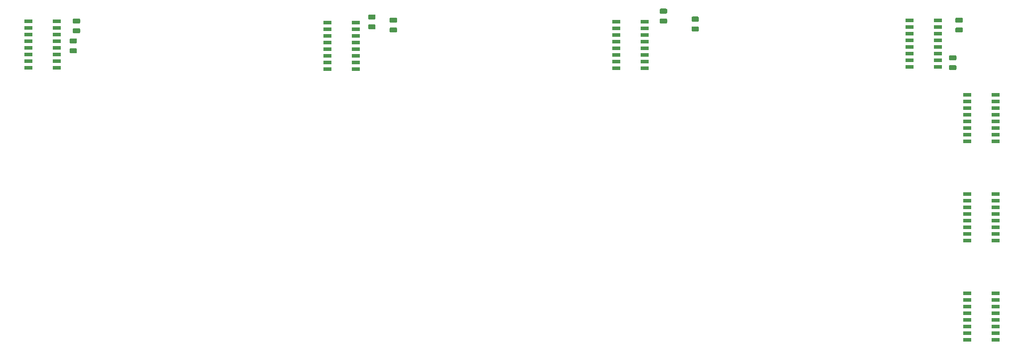
<source format=gbr>
G04 #@! TF.GenerationSoftware,KiCad,Pcbnew,(5.1.5)-3*
G04 #@! TF.CreationDate,2020-12-11T17:42:00+02:00*
G04 #@! TF.ProjectId,Led_matrica,4c65645f-6d61-4747-9269-63612e6b6963,rev?*
G04 #@! TF.SameCoordinates,Original*
G04 #@! TF.FileFunction,Paste,Top*
G04 #@! TF.FilePolarity,Positive*
%FSLAX46Y46*%
G04 Gerber Fmt 4.6, Leading zero omitted, Abs format (unit mm)*
G04 Created by KiCad (PCBNEW (5.1.5)-3) date 2020-12-11 17:42:00*
%MOMM*%
%LPD*%
G04 APERTURE LIST*
%ADD10R,1.525000X0.650000*%
%ADD11C,0.100000*%
G04 APERTURE END LIST*
D10*
X174808000Y-21815000D03*
X174808000Y-23085000D03*
X174808000Y-24355000D03*
X174808000Y-25625000D03*
X174808000Y-26895000D03*
X174808000Y-28165000D03*
X174808000Y-29435000D03*
X174808000Y-30705000D03*
X180232000Y-30705000D03*
X180232000Y-29435000D03*
X180232000Y-28165000D03*
X180232000Y-26895000D03*
X180232000Y-25625000D03*
X180232000Y-24355000D03*
X180232000Y-23085000D03*
X180232000Y-21815000D03*
X247212000Y-54745000D03*
X247212000Y-56015000D03*
X247212000Y-57285000D03*
X247212000Y-58555000D03*
X247212000Y-59825000D03*
X247212000Y-61095000D03*
X247212000Y-62365000D03*
X247212000Y-63635000D03*
X241788000Y-63635000D03*
X241788000Y-62365000D03*
X241788000Y-61095000D03*
X241788000Y-59825000D03*
X241788000Y-58555000D03*
X241788000Y-57285000D03*
X241788000Y-56015000D03*
X241788000Y-54745000D03*
X241788000Y-73745000D03*
X241788000Y-75015000D03*
X241788000Y-76285000D03*
X241788000Y-77555000D03*
X241788000Y-78825000D03*
X241788000Y-80095000D03*
X241788000Y-81365000D03*
X241788000Y-82635000D03*
X247212000Y-82635000D03*
X247212000Y-81365000D03*
X247212000Y-80095000D03*
X247212000Y-78825000D03*
X247212000Y-77555000D03*
X247212000Y-76285000D03*
X247212000Y-75015000D03*
X247212000Y-73745000D03*
D11*
G36*
X71650142Y-24996174D02*
G01*
X71673803Y-24999684D01*
X71697007Y-25005496D01*
X71719529Y-25013554D01*
X71741153Y-25023782D01*
X71761670Y-25036079D01*
X71780883Y-25050329D01*
X71798607Y-25066393D01*
X71814671Y-25084117D01*
X71828921Y-25103330D01*
X71841218Y-25123847D01*
X71851446Y-25145471D01*
X71859504Y-25167993D01*
X71865316Y-25191197D01*
X71868826Y-25214858D01*
X71870000Y-25238750D01*
X71870000Y-25726250D01*
X71868826Y-25750142D01*
X71865316Y-25773803D01*
X71859504Y-25797007D01*
X71851446Y-25819529D01*
X71841218Y-25841153D01*
X71828921Y-25861670D01*
X71814671Y-25880883D01*
X71798607Y-25898607D01*
X71780883Y-25914671D01*
X71761670Y-25928921D01*
X71741153Y-25941218D01*
X71719529Y-25951446D01*
X71697007Y-25959504D01*
X71673803Y-25965316D01*
X71650142Y-25968826D01*
X71626250Y-25970000D01*
X70713750Y-25970000D01*
X70689858Y-25968826D01*
X70666197Y-25965316D01*
X70642993Y-25959504D01*
X70620471Y-25951446D01*
X70598847Y-25941218D01*
X70578330Y-25928921D01*
X70559117Y-25914671D01*
X70541393Y-25898607D01*
X70525329Y-25880883D01*
X70511079Y-25861670D01*
X70498782Y-25841153D01*
X70488554Y-25819529D01*
X70480496Y-25797007D01*
X70474684Y-25773803D01*
X70471174Y-25750142D01*
X70470000Y-25726250D01*
X70470000Y-25238750D01*
X70471174Y-25214858D01*
X70474684Y-25191197D01*
X70480496Y-25167993D01*
X70488554Y-25145471D01*
X70498782Y-25123847D01*
X70511079Y-25103330D01*
X70525329Y-25084117D01*
X70541393Y-25066393D01*
X70559117Y-25050329D01*
X70578330Y-25036079D01*
X70598847Y-25023782D01*
X70620471Y-25013554D01*
X70642993Y-25005496D01*
X70666197Y-24999684D01*
X70689858Y-24996174D01*
X70713750Y-24995000D01*
X71626250Y-24995000D01*
X71650142Y-24996174D01*
G37*
G36*
X71650142Y-26871174D02*
G01*
X71673803Y-26874684D01*
X71697007Y-26880496D01*
X71719529Y-26888554D01*
X71741153Y-26898782D01*
X71761670Y-26911079D01*
X71780883Y-26925329D01*
X71798607Y-26941393D01*
X71814671Y-26959117D01*
X71828921Y-26978330D01*
X71841218Y-26998847D01*
X71851446Y-27020471D01*
X71859504Y-27042993D01*
X71865316Y-27066197D01*
X71868826Y-27089858D01*
X71870000Y-27113750D01*
X71870000Y-27601250D01*
X71868826Y-27625142D01*
X71865316Y-27648803D01*
X71859504Y-27672007D01*
X71851446Y-27694529D01*
X71841218Y-27716153D01*
X71828921Y-27736670D01*
X71814671Y-27755883D01*
X71798607Y-27773607D01*
X71780883Y-27789671D01*
X71761670Y-27803921D01*
X71741153Y-27816218D01*
X71719529Y-27826446D01*
X71697007Y-27834504D01*
X71673803Y-27840316D01*
X71650142Y-27843826D01*
X71626250Y-27845000D01*
X70713750Y-27845000D01*
X70689858Y-27843826D01*
X70666197Y-27840316D01*
X70642993Y-27834504D01*
X70620471Y-27826446D01*
X70598847Y-27816218D01*
X70578330Y-27803921D01*
X70559117Y-27789671D01*
X70541393Y-27773607D01*
X70525329Y-27755883D01*
X70511079Y-27736670D01*
X70498782Y-27716153D01*
X70488554Y-27694529D01*
X70480496Y-27672007D01*
X70474684Y-27648803D01*
X70471174Y-27625142D01*
X70470000Y-27601250D01*
X70470000Y-27113750D01*
X70471174Y-27089858D01*
X70474684Y-27066197D01*
X70480496Y-27042993D01*
X70488554Y-27020471D01*
X70498782Y-26998847D01*
X70511079Y-26978330D01*
X70525329Y-26959117D01*
X70541393Y-26941393D01*
X70559117Y-26925329D01*
X70578330Y-26911079D01*
X70598847Y-26898782D01*
X70620471Y-26888554D01*
X70642993Y-26880496D01*
X70666197Y-26874684D01*
X70689858Y-26871174D01*
X70713750Y-26870000D01*
X71626250Y-26870000D01*
X71650142Y-26871174D01*
G37*
G36*
X132730142Y-22901174D02*
G01*
X132753803Y-22904684D01*
X132777007Y-22910496D01*
X132799529Y-22918554D01*
X132821153Y-22928782D01*
X132841670Y-22941079D01*
X132860883Y-22955329D01*
X132878607Y-22971393D01*
X132894671Y-22989117D01*
X132908921Y-23008330D01*
X132921218Y-23028847D01*
X132931446Y-23050471D01*
X132939504Y-23072993D01*
X132945316Y-23096197D01*
X132948826Y-23119858D01*
X132950000Y-23143750D01*
X132950000Y-23631250D01*
X132948826Y-23655142D01*
X132945316Y-23678803D01*
X132939504Y-23702007D01*
X132931446Y-23724529D01*
X132921218Y-23746153D01*
X132908921Y-23766670D01*
X132894671Y-23785883D01*
X132878607Y-23803607D01*
X132860883Y-23819671D01*
X132841670Y-23833921D01*
X132821153Y-23846218D01*
X132799529Y-23856446D01*
X132777007Y-23864504D01*
X132753803Y-23870316D01*
X132730142Y-23873826D01*
X132706250Y-23875000D01*
X131793750Y-23875000D01*
X131769858Y-23873826D01*
X131746197Y-23870316D01*
X131722993Y-23864504D01*
X131700471Y-23856446D01*
X131678847Y-23846218D01*
X131658330Y-23833921D01*
X131639117Y-23819671D01*
X131621393Y-23803607D01*
X131605329Y-23785883D01*
X131591079Y-23766670D01*
X131578782Y-23746153D01*
X131568554Y-23724529D01*
X131560496Y-23702007D01*
X131554684Y-23678803D01*
X131551174Y-23655142D01*
X131550000Y-23631250D01*
X131550000Y-23143750D01*
X131551174Y-23119858D01*
X131554684Y-23096197D01*
X131560496Y-23072993D01*
X131568554Y-23050471D01*
X131578782Y-23028847D01*
X131591079Y-23008330D01*
X131605329Y-22989117D01*
X131621393Y-22971393D01*
X131639117Y-22955329D01*
X131658330Y-22941079D01*
X131678847Y-22928782D01*
X131700471Y-22918554D01*
X131722993Y-22910496D01*
X131746197Y-22904684D01*
X131769858Y-22901174D01*
X131793750Y-22900000D01*
X132706250Y-22900000D01*
X132730142Y-22901174D01*
G37*
G36*
X132730142Y-21026174D02*
G01*
X132753803Y-21029684D01*
X132777007Y-21035496D01*
X132799529Y-21043554D01*
X132821153Y-21053782D01*
X132841670Y-21066079D01*
X132860883Y-21080329D01*
X132878607Y-21096393D01*
X132894671Y-21114117D01*
X132908921Y-21133330D01*
X132921218Y-21153847D01*
X132931446Y-21175471D01*
X132939504Y-21197993D01*
X132945316Y-21221197D01*
X132948826Y-21244858D01*
X132950000Y-21268750D01*
X132950000Y-21756250D01*
X132948826Y-21780142D01*
X132945316Y-21803803D01*
X132939504Y-21827007D01*
X132931446Y-21849529D01*
X132921218Y-21871153D01*
X132908921Y-21891670D01*
X132894671Y-21910883D01*
X132878607Y-21928607D01*
X132860883Y-21944671D01*
X132841670Y-21958921D01*
X132821153Y-21971218D01*
X132799529Y-21981446D01*
X132777007Y-21989504D01*
X132753803Y-21995316D01*
X132730142Y-21998826D01*
X132706250Y-22000000D01*
X131793750Y-22000000D01*
X131769858Y-21998826D01*
X131746197Y-21995316D01*
X131722993Y-21989504D01*
X131700471Y-21981446D01*
X131678847Y-21971218D01*
X131658330Y-21958921D01*
X131639117Y-21944671D01*
X131621393Y-21928607D01*
X131605329Y-21910883D01*
X131591079Y-21891670D01*
X131578782Y-21871153D01*
X131568554Y-21849529D01*
X131560496Y-21827007D01*
X131554684Y-21803803D01*
X131551174Y-21780142D01*
X131550000Y-21756250D01*
X131550000Y-21268750D01*
X131551174Y-21244858D01*
X131554684Y-21221197D01*
X131560496Y-21197993D01*
X131568554Y-21175471D01*
X131578782Y-21153847D01*
X131591079Y-21133330D01*
X131605329Y-21114117D01*
X131621393Y-21096393D01*
X131639117Y-21080329D01*
X131658330Y-21066079D01*
X131678847Y-21053782D01*
X131700471Y-21043554D01*
X131722993Y-21035496D01*
X131746197Y-21029684D01*
X131769858Y-21026174D01*
X131793750Y-21025000D01*
X132706250Y-21025000D01*
X132730142Y-21026174D01*
G37*
G36*
X190330142Y-22713674D02*
G01*
X190353803Y-22717184D01*
X190377007Y-22722996D01*
X190399529Y-22731054D01*
X190421153Y-22741282D01*
X190441670Y-22753579D01*
X190460883Y-22767829D01*
X190478607Y-22783893D01*
X190494671Y-22801617D01*
X190508921Y-22820830D01*
X190521218Y-22841347D01*
X190531446Y-22862971D01*
X190539504Y-22885493D01*
X190545316Y-22908697D01*
X190548826Y-22932358D01*
X190550000Y-22956250D01*
X190550000Y-23443750D01*
X190548826Y-23467642D01*
X190545316Y-23491303D01*
X190539504Y-23514507D01*
X190531446Y-23537029D01*
X190521218Y-23558653D01*
X190508921Y-23579170D01*
X190494671Y-23598383D01*
X190478607Y-23616107D01*
X190460883Y-23632171D01*
X190441670Y-23646421D01*
X190421153Y-23658718D01*
X190399529Y-23668946D01*
X190377007Y-23677004D01*
X190353803Y-23682816D01*
X190330142Y-23686326D01*
X190306250Y-23687500D01*
X189393750Y-23687500D01*
X189369858Y-23686326D01*
X189346197Y-23682816D01*
X189322993Y-23677004D01*
X189300471Y-23668946D01*
X189278847Y-23658718D01*
X189258330Y-23646421D01*
X189239117Y-23632171D01*
X189221393Y-23616107D01*
X189205329Y-23598383D01*
X189191079Y-23579170D01*
X189178782Y-23558653D01*
X189168554Y-23537029D01*
X189160496Y-23514507D01*
X189154684Y-23491303D01*
X189151174Y-23467642D01*
X189150000Y-23443750D01*
X189150000Y-22956250D01*
X189151174Y-22932358D01*
X189154684Y-22908697D01*
X189160496Y-22885493D01*
X189168554Y-22862971D01*
X189178782Y-22841347D01*
X189191079Y-22820830D01*
X189205329Y-22801617D01*
X189221393Y-22783893D01*
X189239117Y-22767829D01*
X189258330Y-22753579D01*
X189278847Y-22741282D01*
X189300471Y-22731054D01*
X189322993Y-22722996D01*
X189346197Y-22717184D01*
X189369858Y-22713674D01*
X189393750Y-22712500D01*
X190306250Y-22712500D01*
X190330142Y-22713674D01*
G37*
G36*
X190330142Y-20838674D02*
G01*
X190353803Y-20842184D01*
X190377007Y-20847996D01*
X190399529Y-20856054D01*
X190421153Y-20866282D01*
X190441670Y-20878579D01*
X190460883Y-20892829D01*
X190478607Y-20908893D01*
X190494671Y-20926617D01*
X190508921Y-20945830D01*
X190521218Y-20966347D01*
X190531446Y-20987971D01*
X190539504Y-21010493D01*
X190545316Y-21033697D01*
X190548826Y-21057358D01*
X190550000Y-21081250D01*
X190550000Y-21568750D01*
X190548826Y-21592642D01*
X190545316Y-21616303D01*
X190539504Y-21639507D01*
X190531446Y-21662029D01*
X190521218Y-21683653D01*
X190508921Y-21704170D01*
X190494671Y-21723383D01*
X190478607Y-21741107D01*
X190460883Y-21757171D01*
X190441670Y-21771421D01*
X190421153Y-21783718D01*
X190399529Y-21793946D01*
X190377007Y-21802004D01*
X190353803Y-21807816D01*
X190330142Y-21811326D01*
X190306250Y-21812500D01*
X189393750Y-21812500D01*
X189369858Y-21811326D01*
X189346197Y-21807816D01*
X189322993Y-21802004D01*
X189300471Y-21793946D01*
X189278847Y-21783718D01*
X189258330Y-21771421D01*
X189239117Y-21757171D01*
X189221393Y-21741107D01*
X189205329Y-21723383D01*
X189191079Y-21704170D01*
X189178782Y-21683653D01*
X189168554Y-21662029D01*
X189160496Y-21639507D01*
X189154684Y-21616303D01*
X189151174Y-21592642D01*
X189150000Y-21568750D01*
X189150000Y-21081250D01*
X189151174Y-21057358D01*
X189154684Y-21033697D01*
X189160496Y-21010493D01*
X189168554Y-20987971D01*
X189178782Y-20966347D01*
X189191079Y-20945830D01*
X189205329Y-20926617D01*
X189221393Y-20908893D01*
X189239117Y-20892829D01*
X189258330Y-20878579D01*
X189278847Y-20866282D01*
X189300471Y-20856054D01*
X189322993Y-20847996D01*
X189346197Y-20842184D01*
X189369858Y-20838674D01*
X189393750Y-20837500D01*
X190306250Y-20837500D01*
X190330142Y-20838674D01*
G37*
G36*
X239480142Y-30101174D02*
G01*
X239503803Y-30104684D01*
X239527007Y-30110496D01*
X239549529Y-30118554D01*
X239571153Y-30128782D01*
X239591670Y-30141079D01*
X239610883Y-30155329D01*
X239628607Y-30171393D01*
X239644671Y-30189117D01*
X239658921Y-30208330D01*
X239671218Y-30228847D01*
X239681446Y-30250471D01*
X239689504Y-30272993D01*
X239695316Y-30296197D01*
X239698826Y-30319858D01*
X239700000Y-30343750D01*
X239700000Y-30831250D01*
X239698826Y-30855142D01*
X239695316Y-30878803D01*
X239689504Y-30902007D01*
X239681446Y-30924529D01*
X239671218Y-30946153D01*
X239658921Y-30966670D01*
X239644671Y-30985883D01*
X239628607Y-31003607D01*
X239610883Y-31019671D01*
X239591670Y-31033921D01*
X239571153Y-31046218D01*
X239549529Y-31056446D01*
X239527007Y-31064504D01*
X239503803Y-31070316D01*
X239480142Y-31073826D01*
X239456250Y-31075000D01*
X238543750Y-31075000D01*
X238519858Y-31073826D01*
X238496197Y-31070316D01*
X238472993Y-31064504D01*
X238450471Y-31056446D01*
X238428847Y-31046218D01*
X238408330Y-31033921D01*
X238389117Y-31019671D01*
X238371393Y-31003607D01*
X238355329Y-30985883D01*
X238341079Y-30966670D01*
X238328782Y-30946153D01*
X238318554Y-30924529D01*
X238310496Y-30902007D01*
X238304684Y-30878803D01*
X238301174Y-30855142D01*
X238300000Y-30831250D01*
X238300000Y-30343750D01*
X238301174Y-30319858D01*
X238304684Y-30296197D01*
X238310496Y-30272993D01*
X238318554Y-30250471D01*
X238328782Y-30228847D01*
X238341079Y-30208330D01*
X238355329Y-30189117D01*
X238371393Y-30171393D01*
X238389117Y-30155329D01*
X238408330Y-30141079D01*
X238428847Y-30128782D01*
X238450471Y-30118554D01*
X238472993Y-30110496D01*
X238496197Y-30104684D01*
X238519858Y-30101174D01*
X238543750Y-30100000D01*
X239456250Y-30100000D01*
X239480142Y-30101174D01*
G37*
G36*
X239480142Y-28226174D02*
G01*
X239503803Y-28229684D01*
X239527007Y-28235496D01*
X239549529Y-28243554D01*
X239571153Y-28253782D01*
X239591670Y-28266079D01*
X239610883Y-28280329D01*
X239628607Y-28296393D01*
X239644671Y-28314117D01*
X239658921Y-28333330D01*
X239671218Y-28353847D01*
X239681446Y-28375471D01*
X239689504Y-28397993D01*
X239695316Y-28421197D01*
X239698826Y-28444858D01*
X239700000Y-28468750D01*
X239700000Y-28956250D01*
X239698826Y-28980142D01*
X239695316Y-29003803D01*
X239689504Y-29027007D01*
X239681446Y-29049529D01*
X239671218Y-29071153D01*
X239658921Y-29091670D01*
X239644671Y-29110883D01*
X239628607Y-29128607D01*
X239610883Y-29144671D01*
X239591670Y-29158921D01*
X239571153Y-29171218D01*
X239549529Y-29181446D01*
X239527007Y-29189504D01*
X239503803Y-29195316D01*
X239480142Y-29198826D01*
X239456250Y-29200000D01*
X238543750Y-29200000D01*
X238519858Y-29198826D01*
X238496197Y-29195316D01*
X238472993Y-29189504D01*
X238450471Y-29181446D01*
X238428847Y-29171218D01*
X238408330Y-29158921D01*
X238389117Y-29144671D01*
X238371393Y-29128607D01*
X238355329Y-29110883D01*
X238341079Y-29091670D01*
X238328782Y-29071153D01*
X238318554Y-29049529D01*
X238310496Y-29027007D01*
X238304684Y-29003803D01*
X238301174Y-28980142D01*
X238300000Y-28956250D01*
X238300000Y-28468750D01*
X238301174Y-28444858D01*
X238304684Y-28421197D01*
X238310496Y-28397993D01*
X238318554Y-28375471D01*
X238328782Y-28353847D01*
X238341079Y-28333330D01*
X238355329Y-28314117D01*
X238371393Y-28296393D01*
X238389117Y-28280329D01*
X238408330Y-28266079D01*
X238428847Y-28253782D01*
X238450471Y-28243554D01*
X238472993Y-28235496D01*
X238496197Y-28229684D01*
X238519858Y-28226174D01*
X238543750Y-28225000D01*
X239456250Y-28225000D01*
X239480142Y-28226174D01*
G37*
D10*
X125062000Y-21945000D03*
X125062000Y-23215000D03*
X125062000Y-24485000D03*
X125062000Y-25755000D03*
X125062000Y-27025000D03*
X125062000Y-28295000D03*
X125062000Y-29565000D03*
X125062000Y-30835000D03*
X119638000Y-30835000D03*
X119638000Y-29565000D03*
X119638000Y-28295000D03*
X119638000Y-27025000D03*
X119638000Y-25755000D03*
X119638000Y-24485000D03*
X119638000Y-23215000D03*
X119638000Y-21945000D03*
X236202000Y-21555000D03*
X236202000Y-22825000D03*
X236202000Y-24095000D03*
X236202000Y-25365000D03*
X236202000Y-26635000D03*
X236202000Y-27905000D03*
X236202000Y-29175000D03*
X236202000Y-30445000D03*
X230778000Y-30445000D03*
X230778000Y-29175000D03*
X230778000Y-27905000D03*
X230778000Y-26635000D03*
X230778000Y-25365000D03*
X230778000Y-24095000D03*
X230778000Y-22825000D03*
X230778000Y-21555000D03*
X68032000Y-21715000D03*
X68032000Y-22985000D03*
X68032000Y-24255000D03*
X68032000Y-25525000D03*
X68032000Y-26795000D03*
X68032000Y-28065000D03*
X68032000Y-29335000D03*
X68032000Y-30605000D03*
X62608000Y-30605000D03*
X62608000Y-29335000D03*
X62608000Y-28065000D03*
X62608000Y-26795000D03*
X62608000Y-25525000D03*
X62608000Y-24255000D03*
X62608000Y-22985000D03*
X62608000Y-21715000D03*
X241788000Y-35745000D03*
X241788000Y-37015000D03*
X241788000Y-38285000D03*
X241788000Y-39555000D03*
X241788000Y-40825000D03*
X241788000Y-42095000D03*
X241788000Y-43365000D03*
X241788000Y-44635000D03*
X247212000Y-44635000D03*
X247212000Y-43365000D03*
X247212000Y-42095000D03*
X247212000Y-40825000D03*
X247212000Y-39555000D03*
X247212000Y-38285000D03*
X247212000Y-37015000D03*
X247212000Y-35745000D03*
D11*
G36*
X128640142Y-20426174D02*
G01*
X128663803Y-20429684D01*
X128687007Y-20435496D01*
X128709529Y-20443554D01*
X128731153Y-20453782D01*
X128751670Y-20466079D01*
X128770883Y-20480329D01*
X128788607Y-20496393D01*
X128804671Y-20514117D01*
X128818921Y-20533330D01*
X128831218Y-20553847D01*
X128841446Y-20575471D01*
X128849504Y-20597993D01*
X128855316Y-20621197D01*
X128858826Y-20644858D01*
X128860000Y-20668750D01*
X128860000Y-21156250D01*
X128858826Y-21180142D01*
X128855316Y-21203803D01*
X128849504Y-21227007D01*
X128841446Y-21249529D01*
X128831218Y-21271153D01*
X128818921Y-21291670D01*
X128804671Y-21310883D01*
X128788607Y-21328607D01*
X128770883Y-21344671D01*
X128751670Y-21358921D01*
X128731153Y-21371218D01*
X128709529Y-21381446D01*
X128687007Y-21389504D01*
X128663803Y-21395316D01*
X128640142Y-21398826D01*
X128616250Y-21400000D01*
X127703750Y-21400000D01*
X127679858Y-21398826D01*
X127656197Y-21395316D01*
X127632993Y-21389504D01*
X127610471Y-21381446D01*
X127588847Y-21371218D01*
X127568330Y-21358921D01*
X127549117Y-21344671D01*
X127531393Y-21328607D01*
X127515329Y-21310883D01*
X127501079Y-21291670D01*
X127488782Y-21271153D01*
X127478554Y-21249529D01*
X127470496Y-21227007D01*
X127464684Y-21203803D01*
X127461174Y-21180142D01*
X127460000Y-21156250D01*
X127460000Y-20668750D01*
X127461174Y-20644858D01*
X127464684Y-20621197D01*
X127470496Y-20597993D01*
X127478554Y-20575471D01*
X127488782Y-20553847D01*
X127501079Y-20533330D01*
X127515329Y-20514117D01*
X127531393Y-20496393D01*
X127549117Y-20480329D01*
X127568330Y-20466079D01*
X127588847Y-20453782D01*
X127610471Y-20443554D01*
X127632993Y-20435496D01*
X127656197Y-20429684D01*
X127679858Y-20426174D01*
X127703750Y-20425000D01*
X128616250Y-20425000D01*
X128640142Y-20426174D01*
G37*
G36*
X128640142Y-22301174D02*
G01*
X128663803Y-22304684D01*
X128687007Y-22310496D01*
X128709529Y-22318554D01*
X128731153Y-22328782D01*
X128751670Y-22341079D01*
X128770883Y-22355329D01*
X128788607Y-22371393D01*
X128804671Y-22389117D01*
X128818921Y-22408330D01*
X128831218Y-22428847D01*
X128841446Y-22450471D01*
X128849504Y-22472993D01*
X128855316Y-22496197D01*
X128858826Y-22519858D01*
X128860000Y-22543750D01*
X128860000Y-23031250D01*
X128858826Y-23055142D01*
X128855316Y-23078803D01*
X128849504Y-23102007D01*
X128841446Y-23124529D01*
X128831218Y-23146153D01*
X128818921Y-23166670D01*
X128804671Y-23185883D01*
X128788607Y-23203607D01*
X128770883Y-23219671D01*
X128751670Y-23233921D01*
X128731153Y-23246218D01*
X128709529Y-23256446D01*
X128687007Y-23264504D01*
X128663803Y-23270316D01*
X128640142Y-23273826D01*
X128616250Y-23275000D01*
X127703750Y-23275000D01*
X127679858Y-23273826D01*
X127656197Y-23270316D01*
X127632993Y-23264504D01*
X127610471Y-23256446D01*
X127588847Y-23246218D01*
X127568330Y-23233921D01*
X127549117Y-23219671D01*
X127531393Y-23203607D01*
X127515329Y-23185883D01*
X127501079Y-23166670D01*
X127488782Y-23146153D01*
X127478554Y-23124529D01*
X127470496Y-23102007D01*
X127464684Y-23078803D01*
X127461174Y-23055142D01*
X127460000Y-23031250D01*
X127460000Y-22543750D01*
X127461174Y-22519858D01*
X127464684Y-22496197D01*
X127470496Y-22472993D01*
X127478554Y-22450471D01*
X127488782Y-22428847D01*
X127501079Y-22408330D01*
X127515329Y-22389117D01*
X127531393Y-22371393D01*
X127549117Y-22355329D01*
X127568330Y-22341079D01*
X127588847Y-22328782D01*
X127610471Y-22318554D01*
X127632993Y-22310496D01*
X127656197Y-22304684D01*
X127679858Y-22301174D01*
X127703750Y-22300000D01*
X128616250Y-22300000D01*
X128640142Y-22301174D01*
G37*
G36*
X184280142Y-21188674D02*
G01*
X184303803Y-21192184D01*
X184327007Y-21197996D01*
X184349529Y-21206054D01*
X184371153Y-21216282D01*
X184391670Y-21228579D01*
X184410883Y-21242829D01*
X184428607Y-21258893D01*
X184444671Y-21276617D01*
X184458921Y-21295830D01*
X184471218Y-21316347D01*
X184481446Y-21337971D01*
X184489504Y-21360493D01*
X184495316Y-21383697D01*
X184498826Y-21407358D01*
X184500000Y-21431250D01*
X184500000Y-21918750D01*
X184498826Y-21942642D01*
X184495316Y-21966303D01*
X184489504Y-21989507D01*
X184481446Y-22012029D01*
X184471218Y-22033653D01*
X184458921Y-22054170D01*
X184444671Y-22073383D01*
X184428607Y-22091107D01*
X184410883Y-22107171D01*
X184391670Y-22121421D01*
X184371153Y-22133718D01*
X184349529Y-22143946D01*
X184327007Y-22152004D01*
X184303803Y-22157816D01*
X184280142Y-22161326D01*
X184256250Y-22162500D01*
X183343750Y-22162500D01*
X183319858Y-22161326D01*
X183296197Y-22157816D01*
X183272993Y-22152004D01*
X183250471Y-22143946D01*
X183228847Y-22133718D01*
X183208330Y-22121421D01*
X183189117Y-22107171D01*
X183171393Y-22091107D01*
X183155329Y-22073383D01*
X183141079Y-22054170D01*
X183128782Y-22033653D01*
X183118554Y-22012029D01*
X183110496Y-21989507D01*
X183104684Y-21966303D01*
X183101174Y-21942642D01*
X183100000Y-21918750D01*
X183100000Y-21431250D01*
X183101174Y-21407358D01*
X183104684Y-21383697D01*
X183110496Y-21360493D01*
X183118554Y-21337971D01*
X183128782Y-21316347D01*
X183141079Y-21295830D01*
X183155329Y-21276617D01*
X183171393Y-21258893D01*
X183189117Y-21242829D01*
X183208330Y-21228579D01*
X183228847Y-21216282D01*
X183250471Y-21206054D01*
X183272993Y-21197996D01*
X183296197Y-21192184D01*
X183319858Y-21188674D01*
X183343750Y-21187500D01*
X184256250Y-21187500D01*
X184280142Y-21188674D01*
G37*
G36*
X184280142Y-19313674D02*
G01*
X184303803Y-19317184D01*
X184327007Y-19322996D01*
X184349529Y-19331054D01*
X184371153Y-19341282D01*
X184391670Y-19353579D01*
X184410883Y-19367829D01*
X184428607Y-19383893D01*
X184444671Y-19401617D01*
X184458921Y-19420830D01*
X184471218Y-19441347D01*
X184481446Y-19462971D01*
X184489504Y-19485493D01*
X184495316Y-19508697D01*
X184498826Y-19532358D01*
X184500000Y-19556250D01*
X184500000Y-20043750D01*
X184498826Y-20067642D01*
X184495316Y-20091303D01*
X184489504Y-20114507D01*
X184481446Y-20137029D01*
X184471218Y-20158653D01*
X184458921Y-20179170D01*
X184444671Y-20198383D01*
X184428607Y-20216107D01*
X184410883Y-20232171D01*
X184391670Y-20246421D01*
X184371153Y-20258718D01*
X184349529Y-20268946D01*
X184327007Y-20277004D01*
X184303803Y-20282816D01*
X184280142Y-20286326D01*
X184256250Y-20287500D01*
X183343750Y-20287500D01*
X183319858Y-20286326D01*
X183296197Y-20282816D01*
X183272993Y-20277004D01*
X183250471Y-20268946D01*
X183228847Y-20258718D01*
X183208330Y-20246421D01*
X183189117Y-20232171D01*
X183171393Y-20216107D01*
X183155329Y-20198383D01*
X183141079Y-20179170D01*
X183128782Y-20158653D01*
X183118554Y-20137029D01*
X183110496Y-20114507D01*
X183104684Y-20091303D01*
X183101174Y-20067642D01*
X183100000Y-20043750D01*
X183100000Y-19556250D01*
X183101174Y-19532358D01*
X183104684Y-19508697D01*
X183110496Y-19485493D01*
X183118554Y-19462971D01*
X183128782Y-19441347D01*
X183141079Y-19420830D01*
X183155329Y-19401617D01*
X183171393Y-19383893D01*
X183189117Y-19367829D01*
X183208330Y-19353579D01*
X183228847Y-19341282D01*
X183250471Y-19331054D01*
X183272993Y-19322996D01*
X183296197Y-19317184D01*
X183319858Y-19313674D01*
X183343750Y-19312500D01*
X184256250Y-19312500D01*
X184280142Y-19313674D01*
G37*
G36*
X240690142Y-22911174D02*
G01*
X240713803Y-22914684D01*
X240737007Y-22920496D01*
X240759529Y-22928554D01*
X240781153Y-22938782D01*
X240801670Y-22951079D01*
X240820883Y-22965329D01*
X240838607Y-22981393D01*
X240854671Y-22999117D01*
X240868921Y-23018330D01*
X240881218Y-23038847D01*
X240891446Y-23060471D01*
X240899504Y-23082993D01*
X240905316Y-23106197D01*
X240908826Y-23129858D01*
X240910000Y-23153750D01*
X240910000Y-23641250D01*
X240908826Y-23665142D01*
X240905316Y-23688803D01*
X240899504Y-23712007D01*
X240891446Y-23734529D01*
X240881218Y-23756153D01*
X240868921Y-23776670D01*
X240854671Y-23795883D01*
X240838607Y-23813607D01*
X240820883Y-23829671D01*
X240801670Y-23843921D01*
X240781153Y-23856218D01*
X240759529Y-23866446D01*
X240737007Y-23874504D01*
X240713803Y-23880316D01*
X240690142Y-23883826D01*
X240666250Y-23885000D01*
X239753750Y-23885000D01*
X239729858Y-23883826D01*
X239706197Y-23880316D01*
X239682993Y-23874504D01*
X239660471Y-23866446D01*
X239638847Y-23856218D01*
X239618330Y-23843921D01*
X239599117Y-23829671D01*
X239581393Y-23813607D01*
X239565329Y-23795883D01*
X239551079Y-23776670D01*
X239538782Y-23756153D01*
X239528554Y-23734529D01*
X239520496Y-23712007D01*
X239514684Y-23688803D01*
X239511174Y-23665142D01*
X239510000Y-23641250D01*
X239510000Y-23153750D01*
X239511174Y-23129858D01*
X239514684Y-23106197D01*
X239520496Y-23082993D01*
X239528554Y-23060471D01*
X239538782Y-23038847D01*
X239551079Y-23018330D01*
X239565329Y-22999117D01*
X239581393Y-22981393D01*
X239599117Y-22965329D01*
X239618330Y-22951079D01*
X239638847Y-22938782D01*
X239660471Y-22928554D01*
X239682993Y-22920496D01*
X239706197Y-22914684D01*
X239729858Y-22911174D01*
X239753750Y-22910000D01*
X240666250Y-22910000D01*
X240690142Y-22911174D01*
G37*
G36*
X240690142Y-21036174D02*
G01*
X240713803Y-21039684D01*
X240737007Y-21045496D01*
X240759529Y-21053554D01*
X240781153Y-21063782D01*
X240801670Y-21076079D01*
X240820883Y-21090329D01*
X240838607Y-21106393D01*
X240854671Y-21124117D01*
X240868921Y-21143330D01*
X240881218Y-21163847D01*
X240891446Y-21185471D01*
X240899504Y-21207993D01*
X240905316Y-21231197D01*
X240908826Y-21254858D01*
X240910000Y-21278750D01*
X240910000Y-21766250D01*
X240908826Y-21790142D01*
X240905316Y-21813803D01*
X240899504Y-21837007D01*
X240891446Y-21859529D01*
X240881218Y-21881153D01*
X240868921Y-21901670D01*
X240854671Y-21920883D01*
X240838607Y-21938607D01*
X240820883Y-21954671D01*
X240801670Y-21968921D01*
X240781153Y-21981218D01*
X240759529Y-21991446D01*
X240737007Y-21999504D01*
X240713803Y-22005316D01*
X240690142Y-22008826D01*
X240666250Y-22010000D01*
X239753750Y-22010000D01*
X239729858Y-22008826D01*
X239706197Y-22005316D01*
X239682993Y-21999504D01*
X239660471Y-21991446D01*
X239638847Y-21981218D01*
X239618330Y-21968921D01*
X239599117Y-21954671D01*
X239581393Y-21938607D01*
X239565329Y-21920883D01*
X239551079Y-21901670D01*
X239538782Y-21881153D01*
X239528554Y-21859529D01*
X239520496Y-21837007D01*
X239514684Y-21813803D01*
X239511174Y-21790142D01*
X239510000Y-21766250D01*
X239510000Y-21278750D01*
X239511174Y-21254858D01*
X239514684Y-21231197D01*
X239520496Y-21207993D01*
X239528554Y-21185471D01*
X239538782Y-21163847D01*
X239551079Y-21143330D01*
X239565329Y-21124117D01*
X239581393Y-21106393D01*
X239599117Y-21090329D01*
X239618330Y-21076079D01*
X239638847Y-21063782D01*
X239660471Y-21053554D01*
X239682993Y-21045496D01*
X239706197Y-21039684D01*
X239729858Y-21036174D01*
X239753750Y-21035000D01*
X240666250Y-21035000D01*
X240690142Y-21036174D01*
G37*
G36*
X72260142Y-21186174D02*
G01*
X72283803Y-21189684D01*
X72307007Y-21195496D01*
X72329529Y-21203554D01*
X72351153Y-21213782D01*
X72371670Y-21226079D01*
X72390883Y-21240329D01*
X72408607Y-21256393D01*
X72424671Y-21274117D01*
X72438921Y-21293330D01*
X72451218Y-21313847D01*
X72461446Y-21335471D01*
X72469504Y-21357993D01*
X72475316Y-21381197D01*
X72478826Y-21404858D01*
X72480000Y-21428750D01*
X72480000Y-21916250D01*
X72478826Y-21940142D01*
X72475316Y-21963803D01*
X72469504Y-21987007D01*
X72461446Y-22009529D01*
X72451218Y-22031153D01*
X72438921Y-22051670D01*
X72424671Y-22070883D01*
X72408607Y-22088607D01*
X72390883Y-22104671D01*
X72371670Y-22118921D01*
X72351153Y-22131218D01*
X72329529Y-22141446D01*
X72307007Y-22149504D01*
X72283803Y-22155316D01*
X72260142Y-22158826D01*
X72236250Y-22160000D01*
X71323750Y-22160000D01*
X71299858Y-22158826D01*
X71276197Y-22155316D01*
X71252993Y-22149504D01*
X71230471Y-22141446D01*
X71208847Y-22131218D01*
X71188330Y-22118921D01*
X71169117Y-22104671D01*
X71151393Y-22088607D01*
X71135329Y-22070883D01*
X71121079Y-22051670D01*
X71108782Y-22031153D01*
X71098554Y-22009529D01*
X71090496Y-21987007D01*
X71084684Y-21963803D01*
X71081174Y-21940142D01*
X71080000Y-21916250D01*
X71080000Y-21428750D01*
X71081174Y-21404858D01*
X71084684Y-21381197D01*
X71090496Y-21357993D01*
X71098554Y-21335471D01*
X71108782Y-21313847D01*
X71121079Y-21293330D01*
X71135329Y-21274117D01*
X71151393Y-21256393D01*
X71169117Y-21240329D01*
X71188330Y-21226079D01*
X71208847Y-21213782D01*
X71230471Y-21203554D01*
X71252993Y-21195496D01*
X71276197Y-21189684D01*
X71299858Y-21186174D01*
X71323750Y-21185000D01*
X72236250Y-21185000D01*
X72260142Y-21186174D01*
G37*
G36*
X72260142Y-23061174D02*
G01*
X72283803Y-23064684D01*
X72307007Y-23070496D01*
X72329529Y-23078554D01*
X72351153Y-23088782D01*
X72371670Y-23101079D01*
X72390883Y-23115329D01*
X72408607Y-23131393D01*
X72424671Y-23149117D01*
X72438921Y-23168330D01*
X72451218Y-23188847D01*
X72461446Y-23210471D01*
X72469504Y-23232993D01*
X72475316Y-23256197D01*
X72478826Y-23279858D01*
X72480000Y-23303750D01*
X72480000Y-23791250D01*
X72478826Y-23815142D01*
X72475316Y-23838803D01*
X72469504Y-23862007D01*
X72461446Y-23884529D01*
X72451218Y-23906153D01*
X72438921Y-23926670D01*
X72424671Y-23945883D01*
X72408607Y-23963607D01*
X72390883Y-23979671D01*
X72371670Y-23993921D01*
X72351153Y-24006218D01*
X72329529Y-24016446D01*
X72307007Y-24024504D01*
X72283803Y-24030316D01*
X72260142Y-24033826D01*
X72236250Y-24035000D01*
X71323750Y-24035000D01*
X71299858Y-24033826D01*
X71276197Y-24030316D01*
X71252993Y-24024504D01*
X71230471Y-24016446D01*
X71208847Y-24006218D01*
X71188330Y-23993921D01*
X71169117Y-23979671D01*
X71151393Y-23963607D01*
X71135329Y-23945883D01*
X71121079Y-23926670D01*
X71108782Y-23906153D01*
X71098554Y-23884529D01*
X71090496Y-23862007D01*
X71084684Y-23838803D01*
X71081174Y-23815142D01*
X71080000Y-23791250D01*
X71080000Y-23303750D01*
X71081174Y-23279858D01*
X71084684Y-23256197D01*
X71090496Y-23232993D01*
X71098554Y-23210471D01*
X71108782Y-23188847D01*
X71121079Y-23168330D01*
X71135329Y-23149117D01*
X71151393Y-23131393D01*
X71169117Y-23115329D01*
X71188330Y-23101079D01*
X71208847Y-23088782D01*
X71230471Y-23078554D01*
X71252993Y-23070496D01*
X71276197Y-23064684D01*
X71299858Y-23061174D01*
X71323750Y-23060000D01*
X72236250Y-23060000D01*
X72260142Y-23061174D01*
G37*
M02*

</source>
